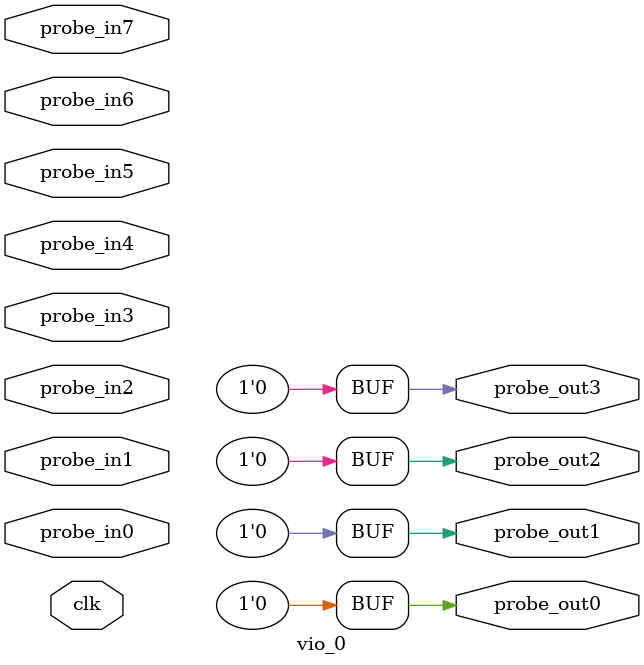
<source format=v>
`timescale 1ns / 1ps
module vio_0 (
clk,
probe_in0,probe_in1,probe_in2,probe_in3,probe_in4,probe_in5,probe_in6,probe_in7,
probe_out0,
probe_out1,
probe_out2,
probe_out3
);

input clk;
input [0 : 0] probe_in0;
input [0 : 0] probe_in1;
input [0 : 0] probe_in2;
input [0 : 0] probe_in3;
input [0 : 0] probe_in4;
input [0 : 0] probe_in5;
input [0 : 0] probe_in6;
input [0 : 0] probe_in7;

output reg [0 : 0] probe_out0 = 'h0 ;
output reg [0 : 0] probe_out1 = 'h0 ;
output reg [0 : 0] probe_out2 = 'h0 ;
output reg [0 : 0] probe_out3 = 'h0 ;


endmodule

</source>
